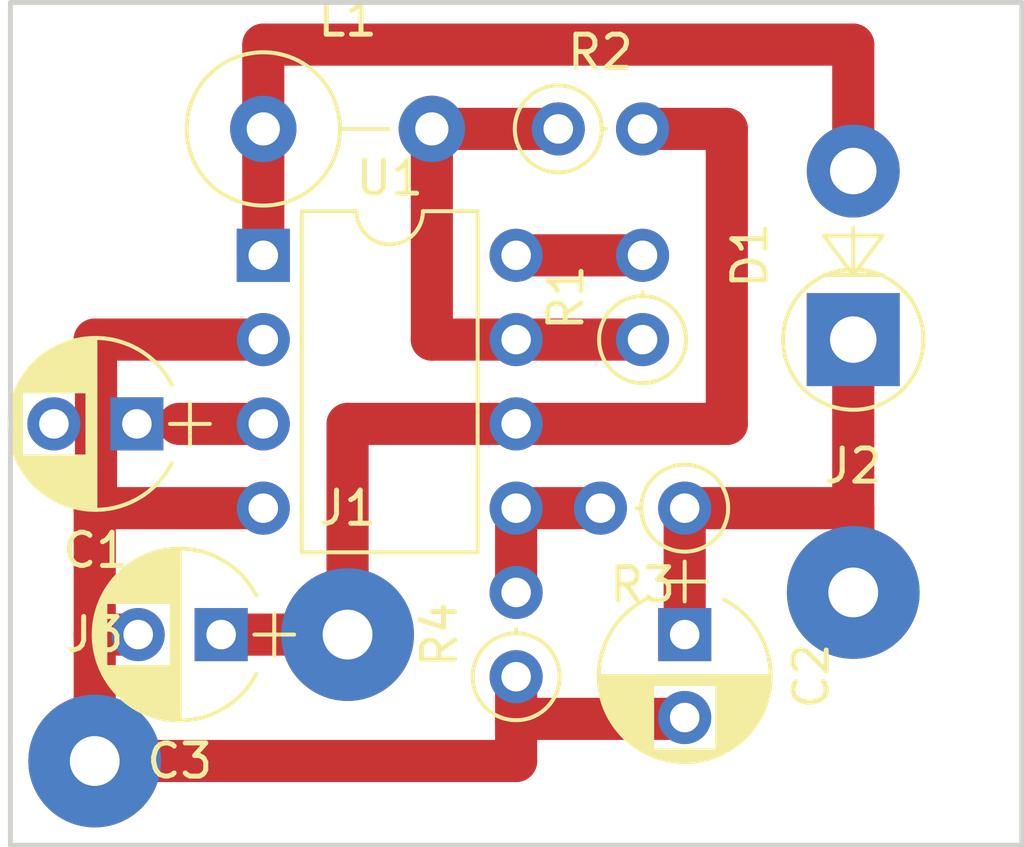
<source format=kicad_pcb>
(kicad_pcb (version 4) (host pcbnew 4.0.7)

  (general
    (links 21)
    (no_connects 2)
    (area 101.344981 96.0926 134.695001 124.2174)
    (thickness 1.6)
    (drawings 4)
    (tracks 36)
    (zones 0)
    (modules 13)
    (nets 9)
  )

  (page A4)
  (layers
    (0 Top signal)
    (31 Bottom signal)
    (32 B.Adhes user)
    (33 F.Adhes user)
    (34 B.Paste user)
    (35 F.Paste user)
    (36 B.SilkS user)
    (37 F.SilkS user)
    (38 B.Mask user)
    (39 F.Mask user)
    (40 Dwgs.User user)
    (41 Cmts.User user)
    (42 Eco1.User user)
    (43 Eco2.User user)
    (44 Edge.Cuts user)
    (45 Margin user)
    (46 B.CrtYd user)
    (47 F.CrtYd user)
    (48 B.Fab user)
    (49 F.Fab user)
  )

  (setup
    (last_trace_width 1.27)
    (user_trace_width 0.1524)
    (user_trace_width 0.8128)
    (user_trace_width 1.27)
    (user_trace_width 2.54)
    (user_trace_width 5.08)
    (trace_clearance 0.1524)
    (zone_clearance 0.508)
    (zone_45_only no)
    (trace_min 0.1524)
    (segment_width 0.2)
    (edge_width 0.15)
    (via_size 1.27)
    (via_drill 0.79375)
    (via_min_size 1.27)
    (via_min_drill 0.79375)
    (uvia_size 1.27)
    (uvia_drill 0.79375)
    (uvias_allowed no)
    (uvia_min_size 1.27)
    (uvia_min_drill 0.79248)
    (pcb_text_width 0.3)
    (pcb_text_size 1.5 1.5)
    (mod_edge_width 0.15)
    (mod_text_size 1 1)
    (mod_text_width 0.15)
    (pad_size 1.6 1.6)
    (pad_drill 0.889)
    (pad_to_mask_clearance 0.2)
    (aux_axis_origin 0 0)
    (visible_elements 7FFFFFDF)
    (pcbplotparams
      (layerselection 0x01000_80000001)
      (usegerberextensions false)
      (excludeedgelayer true)
      (linewidth 0.100000)
      (plotframeref false)
      (viasonmask false)
      (mode 1)
      (useauxorigin false)
      (hpglpennumber 1)
      (hpglpenspeed 20)
      (hpglpendiameter 15)
      (hpglpenoverlay 2)
      (psnegative false)
      (psa4output false)
      (plotreference true)
      (plotvalue true)
      (plotinvisibletext false)
      (padsonsilk false)
      (subtractmaskfromsilk false)
      (outputformat 1)
      (mirror false)
      (drillshape 0)
      (scaleselection 1)
      (outputdirectory TestOut/))
  )

  (net 0 "")
  (net 1 /N$10)
  (net 2 /N$1)
  (net 3 /VG2)
  (net 4 /N$5)
  (net 5 /N$12)
  (net 6 /N$11)
  (net 7 /VDD)
  (net 8 /N$13)

  (net_class Default "This is the default net class."
    (clearance 0.1524)
    (trace_width 0.8128)
    (via_dia 1.27)
    (via_drill 0.79375)
    (uvia_dia 1.27)
    (uvia_drill 0.79375)
    (add_net /N$1)
    (add_net /N$10)
    (add_net /N$11)
    (add_net /N$12)
    (add_net /N$13)
    (add_net /N$5)
    (add_net /VDD)
    (add_net /VG2)
  )

  (module Housings_DIP:DIP-8_W7.62mm (layer Top) (tedit 5A44941C) (tstamp 5A448857)
    (at 111.76 104.14)
    (descr "8-lead though-hole mounted DIP package, row spacing 7.62 mm (300 mils)")
    (tags "THT DIP DIL PDIP 2.54mm 7.62mm 300mil")
    (path /5A44875D)
    (fp_text reference U1 (at 3.81 -2.33) (layer F.SilkS)
      (effects (font (size 1 1) (thickness 0.15)))
    )
    (fp_text value HCPL063 (at 3.81 9.95) (layer F.Fab)
      (effects (font (size 1 1) (thickness 0.15)))
    )
    (fp_arc (start 3.81 -1.33) (end 2.81 -1.33) (angle -180) (layer F.SilkS) (width 0.12))
    (fp_line (start 1.635 -1.27) (end 6.985 -1.27) (layer F.Fab) (width 0.1))
    (fp_line (start 6.985 -1.27) (end 6.985 8.89) (layer F.Fab) (width 0.1))
    (fp_line (start 6.985 8.89) (end 0.635 8.89) (layer F.Fab) (width 0.1))
    (fp_line (start 0.635 8.89) (end 0.635 -0.27) (layer F.Fab) (width 0.1))
    (fp_line (start 0.635 -0.27) (end 1.635 -1.27) (layer F.Fab) (width 0.1))
    (fp_line (start 2.81 -1.33) (end 1.16 -1.33) (layer F.SilkS) (width 0.12))
    (fp_line (start 1.16 -1.33) (end 1.16 8.95) (layer F.SilkS) (width 0.12))
    (fp_line (start 1.16 8.95) (end 6.46 8.95) (layer F.SilkS) (width 0.12))
    (fp_line (start 6.46 8.95) (end 6.46 -1.33) (layer F.SilkS) (width 0.12))
    (fp_line (start 6.46 -1.33) (end 4.81 -1.33) (layer F.SilkS) (width 0.12))
    (fp_line (start -1.1 -1.55) (end -1.1 9.15) (layer F.CrtYd) (width 0.05))
    (fp_line (start -1.1 9.15) (end 8.7 9.15) (layer F.CrtYd) (width 0.05))
    (fp_line (start 8.7 9.15) (end 8.7 -1.55) (layer F.CrtYd) (width 0.05))
    (fp_line (start 8.7 -1.55) (end -1.1 -1.55) (layer F.CrtYd) (width 0.05))
    (fp_text user %R (at 3.81 3.81) (layer F.Fab)
      (effects (font (size 1 1) (thickness 0.15)))
    )
    (pad 1 thru_hole rect (at 0 0) (size 1.6 1.6) (drill 0.889) (layers *.Cu *.Mask)
      (net 4 /N$5))
    (pad 5 thru_hole oval (at 7.62 7.62) (size 1.6 1.6) (drill 0.889) (layers *.Cu *.Mask)
      (net 8 /N$13))
    (pad 2 thru_hole oval (at 0 2.54) (size 1.6 1.6) (drill 0.889) (layers *.Cu *.Mask)
      (net 2 /N$1))
    (pad 6 thru_hole oval (at 7.62 5.08) (size 1.6 1.6) (drill 0.889) (layers *.Cu *.Mask)
      (net 7 /VDD))
    (pad 3 thru_hole oval (at 0 5.08) (size 1.6 1.6) (drill 0.889) (layers *.Cu *.Mask)
      (net 1 /N$10))
    (pad 7 thru_hole oval (at 7.62 2.54) (size 1.6 1.6) (drill 0.889) (layers *.Cu *.Mask)
      (net 5 /N$12))
    (pad 4 thru_hole oval (at 0 7.62) (size 1.6 1.6) (drill 0.889) (layers *.Cu *.Mask)
      (net 2 /N$1))
    (pad 8 thru_hole oval (at 7.62 0) (size 1.6 1.6) (drill 0.889) (layers *.Cu *.Mask)
      (net 6 /N$11))
    (model ${KISYS3DMOD}/Housings_DIP.3dshapes/DIP-8_W7.62mm.wrl
      (at (xyz 0 0 0))
      (scale (xyz 1 1 1))
      (rotate (xyz 0 0 0))
    )
  )

  (module Capacitors_THT:CP_Radial_D5.0mm_P2.50mm (layer Top) (tedit 5A4493B2) (tstamp 5A448E16)
    (at 107.95 109.22 180)
    (descr "CP, Radial series, Radial, pin pitch=2.50mm, , diameter=5mm, Electrolytic Capacitor")
    (tags "CP Radial series Radial pin pitch 2.50mm  diameter 5mm Electrolytic Capacitor")
    (path /5A447E76)
    (fp_text reference C1 (at 1.25 -3.81 180) (layer F.SilkS)
      (effects (font (size 1 1) (thickness 0.15)))
    )
    (fp_text value 470pF (at 1.25 3.81 180) (layer F.Fab)
      (effects (font (size 1 1) (thickness 0.15)))
    )
    (fp_arc (start 1.25 0) (end -1.05558 -1.18) (angle 125.8) (layer F.SilkS) (width 0.12))
    (fp_arc (start 1.25 0) (end -1.05558 1.18) (angle -125.8) (layer F.SilkS) (width 0.12))
    (fp_arc (start 1.25 0) (end 3.55558 -1.18) (angle 54.2) (layer F.SilkS) (width 0.12))
    (fp_circle (center 1.25 0) (end 3.75 0) (layer F.Fab) (width 0.1))
    (fp_line (start -2.2 0) (end -1 0) (layer F.Fab) (width 0.1))
    (fp_line (start -1.6 -0.65) (end -1.6 0.65) (layer F.Fab) (width 0.1))
    (fp_line (start 1.25 -2.55) (end 1.25 2.55) (layer F.SilkS) (width 0.12))
    (fp_line (start 1.29 -2.55) (end 1.29 2.55) (layer F.SilkS) (width 0.12))
    (fp_line (start 1.33 -2.549) (end 1.33 2.549) (layer F.SilkS) (width 0.12))
    (fp_line (start 1.37 -2.548) (end 1.37 2.548) (layer F.SilkS) (width 0.12))
    (fp_line (start 1.41 -2.546) (end 1.41 2.546) (layer F.SilkS) (width 0.12))
    (fp_line (start 1.45 -2.543) (end 1.45 2.543) (layer F.SilkS) (width 0.12))
    (fp_line (start 1.49 -2.539) (end 1.49 2.539) (layer F.SilkS) (width 0.12))
    (fp_line (start 1.53 -2.535) (end 1.53 -0.98) (layer F.SilkS) (width 0.12))
    (fp_line (start 1.53 0.98) (end 1.53 2.535) (layer F.SilkS) (width 0.12))
    (fp_line (start 1.57 -2.531) (end 1.57 -0.98) (layer F.SilkS) (width 0.12))
    (fp_line (start 1.57 0.98) (end 1.57 2.531) (layer F.SilkS) (width 0.12))
    (fp_line (start 1.61 -2.525) (end 1.61 -0.98) (layer F.SilkS) (width 0.12))
    (fp_line (start 1.61 0.98) (end 1.61 2.525) (layer F.SilkS) (width 0.12))
    (fp_line (start 1.65 -2.519) (end 1.65 -0.98) (layer F.SilkS) (width 0.12))
    (fp_line (start 1.65 0.98) (end 1.65 2.519) (layer F.SilkS) (width 0.12))
    (fp_line (start 1.69 -2.513) (end 1.69 -0.98) (layer F.SilkS) (width 0.12))
    (fp_line (start 1.69 0.98) (end 1.69 2.513) (layer F.SilkS) (width 0.12))
    (fp_line (start 1.73 -2.506) (end 1.73 -0.98) (layer F.SilkS) (width 0.12))
    (fp_line (start 1.73 0.98) (end 1.73 2.506) (layer F.SilkS) (width 0.12))
    (fp_line (start 1.77 -2.498) (end 1.77 -0.98) (layer F.SilkS) (width 0.12))
    (fp_line (start 1.77 0.98) (end 1.77 2.498) (layer F.SilkS) (width 0.12))
    (fp_line (start 1.81 -2.489) (end 1.81 -0.98) (layer F.SilkS) (width 0.12))
    (fp_line (start 1.81 0.98) (end 1.81 2.489) (layer F.SilkS) (width 0.12))
    (fp_line (start 1.85 -2.48) (end 1.85 -0.98) (layer F.SilkS) (width 0.12))
    (fp_line (start 1.85 0.98) (end 1.85 2.48) (layer F.SilkS) (width 0.12))
    (fp_line (start 1.89 -2.47) (end 1.89 -0.98) (layer F.SilkS) (width 0.12))
    (fp_line (start 1.89 0.98) (end 1.89 2.47) (layer F.SilkS) (width 0.12))
    (fp_line (start 1.93 -2.46) (end 1.93 -0.98) (layer F.SilkS) (width 0.12))
    (fp_line (start 1.93 0.98) (end 1.93 2.46) (layer F.SilkS) (width 0.12))
    (fp_line (start 1.971 -2.448) (end 1.971 -0.98) (layer F.SilkS) (width 0.12))
    (fp_line (start 1.971 0.98) (end 1.971 2.448) (layer F.SilkS) (width 0.12))
    (fp_line (start 2.011 -2.436) (end 2.011 -0.98) (layer F.SilkS) (width 0.12))
    (fp_line (start 2.011 0.98) (end 2.011 2.436) (layer F.SilkS) (width 0.12))
    (fp_line (start 2.051 -2.424) (end 2.051 -0.98) (layer F.SilkS) (width 0.12))
    (fp_line (start 2.051 0.98) (end 2.051 2.424) (layer F.SilkS) (width 0.12))
    (fp_line (start 2.091 -2.41) (end 2.091 -0.98) (layer F.SilkS) (width 0.12))
    (fp_line (start 2.091 0.98) (end 2.091 2.41) (layer F.SilkS) (width 0.12))
    (fp_line (start 2.131 -2.396) (end 2.131 -0.98) (layer F.SilkS) (width 0.12))
    (fp_line (start 2.131 0.98) (end 2.131 2.396) (layer F.SilkS) (width 0.12))
    (fp_line (start 2.171 -2.382) (end 2.171 -0.98) (layer F.SilkS) (width 0.12))
    (fp_line (start 2.171 0.98) (end 2.171 2.382) (layer F.SilkS) (width 0.12))
    (fp_line (start 2.211 -2.366) (end 2.211 -0.98) (layer F.SilkS) (width 0.12))
    (fp_line (start 2.211 0.98) (end 2.211 2.366) (layer F.SilkS) (width 0.12))
    (fp_line (start 2.251 -2.35) (end 2.251 -0.98) (layer F.SilkS) (width 0.12))
    (fp_line (start 2.251 0.98) (end 2.251 2.35) (layer F.SilkS) (width 0.12))
    (fp_line (start 2.291 -2.333) (end 2.291 -0.98) (layer F.SilkS) (width 0.12))
    (fp_line (start 2.291 0.98) (end 2.291 2.333) (layer F.SilkS) (width 0.12))
    (fp_line (start 2.331 -2.315) (end 2.331 -0.98) (layer F.SilkS) (width 0.12))
    (fp_line (start 2.331 0.98) (end 2.331 2.315) (layer F.SilkS) (width 0.12))
    (fp_line (start 2.371 -2.296) (end 2.371 -0.98) (layer F.SilkS) (width 0.12))
    (fp_line (start 2.371 0.98) (end 2.371 2.296) (layer F.SilkS) (width 0.12))
    (fp_line (start 2.411 -2.276) (end 2.411 -0.98) (layer F.SilkS) (width 0.12))
    (fp_line (start 2.411 0.98) (end 2.411 2.276) (layer F.SilkS) (width 0.12))
    (fp_line (start 2.451 -2.256) (end 2.451 -0.98) (layer F.SilkS) (width 0.12))
    (fp_line (start 2.451 0.98) (end 2.451 2.256) (layer F.SilkS) (width 0.12))
    (fp_line (start 2.491 -2.234) (end 2.491 -0.98) (layer F.SilkS) (width 0.12))
    (fp_line (start 2.491 0.98) (end 2.491 2.234) (layer F.SilkS) (width 0.12))
    (fp_line (start 2.531 -2.212) (end 2.531 -0.98) (layer F.SilkS) (width 0.12))
    (fp_line (start 2.531 0.98) (end 2.531 2.212) (layer F.SilkS) (width 0.12))
    (fp_line (start 2.571 -2.189) (end 2.571 -0.98) (layer F.SilkS) (width 0.12))
    (fp_line (start 2.571 0.98) (end 2.571 2.189) (layer F.SilkS) (width 0.12))
    (fp_line (start 2.611 -2.165) (end 2.611 -0.98) (layer F.SilkS) (width 0.12))
    (fp_line (start 2.611 0.98) (end 2.611 2.165) (layer F.SilkS) (width 0.12))
    (fp_line (start 2.651 -2.14) (end 2.651 -0.98) (layer F.SilkS) (width 0.12))
    (fp_line (start 2.651 0.98) (end 2.651 2.14) (layer F.SilkS) (width 0.12))
    (fp_line (start 2.691 -2.113) (end 2.691 -0.98) (layer F.SilkS) (width 0.12))
    (fp_line (start 2.691 0.98) (end 2.691 2.113) (layer F.SilkS) (width 0.12))
    (fp_line (start 2.731 -2.086) (end 2.731 -0.98) (layer F.SilkS) (width 0.12))
    (fp_line (start 2.731 0.98) (end 2.731 2.086) (layer F.SilkS) (width 0.12))
    (fp_line (start 2.771 -2.058) (end 2.771 -0.98) (layer F.SilkS) (width 0.12))
    (fp_line (start 2.771 0.98) (end 2.771 2.058) (layer F.SilkS) (width 0.12))
    (fp_line (start 2.811 -2.028) (end 2.811 -0.98) (layer F.SilkS) (width 0.12))
    (fp_line (start 2.811 0.98) (end 2.811 2.028) (layer F.SilkS) (width 0.12))
    (fp_line (start 2.851 -1.997) (end 2.851 -0.98) (layer F.SilkS) (width 0.12))
    (fp_line (start 2.851 0.98) (end 2.851 1.997) (layer F.SilkS) (width 0.12))
    (fp_line (start 2.891 -1.965) (end 2.891 -0.98) (layer F.SilkS) (width 0.12))
    (fp_line (start 2.891 0.98) (end 2.891 1.965) (layer F.SilkS) (width 0.12))
    (fp_line (start 2.931 -1.932) (end 2.931 -0.98) (layer F.SilkS) (width 0.12))
    (fp_line (start 2.931 0.98) (end 2.931 1.932) (layer F.SilkS) (width 0.12))
    (fp_line (start 2.971 -1.897) (end 2.971 -0.98) (layer F.SilkS) (width 0.12))
    (fp_line (start 2.971 0.98) (end 2.971 1.897) (layer F.SilkS) (width 0.12))
    (fp_line (start 3.011 -1.861) (end 3.011 -0.98) (layer F.SilkS) (width 0.12))
    (fp_line (start 3.011 0.98) (end 3.011 1.861) (layer F.SilkS) (width 0.12))
    (fp_line (start 3.051 -1.823) (end 3.051 -0.98) (layer F.SilkS) (width 0.12))
    (fp_line (start 3.051 0.98) (end 3.051 1.823) (layer F.SilkS) (width 0.12))
    (fp_line (start 3.091 -1.783) (end 3.091 -0.98) (layer F.SilkS) (width 0.12))
    (fp_line (start 3.091 0.98) (end 3.091 1.783) (layer F.SilkS) (width 0.12))
    (fp_line (start 3.131 -1.742) (end 3.131 -0.98) (layer F.SilkS) (width 0.12))
    (fp_line (start 3.131 0.98) (end 3.131 1.742) (layer F.SilkS) (width 0.12))
    (fp_line (start 3.171 -1.699) (end 3.171 -0.98) (layer F.SilkS) (width 0.12))
    (fp_line (start 3.171 0.98) (end 3.171 1.699) (layer F.SilkS) (width 0.12))
    (fp_line (start 3.211 -1.654) (end 3.211 -0.98) (layer F.SilkS) (width 0.12))
    (fp_line (start 3.211 0.98) (end 3.211 1.654) (layer F.SilkS) (width 0.12))
    (fp_line (start 3.251 -1.606) (end 3.251 -0.98) (layer F.SilkS) (width 0.12))
    (fp_line (start 3.251 0.98) (end 3.251 1.606) (layer F.SilkS) (width 0.12))
    (fp_line (start 3.291 -1.556) (end 3.291 -0.98) (layer F.SilkS) (width 0.12))
    (fp_line (start 3.291 0.98) (end 3.291 1.556) (layer F.SilkS) (width 0.12))
    (fp_line (start 3.331 -1.504) (end 3.331 -0.98) (layer F.SilkS) (width 0.12))
    (fp_line (start 3.331 0.98) (end 3.331 1.504) (layer F.SilkS) (width 0.12))
    (fp_line (start 3.371 -1.448) (end 3.371 -0.98) (layer F.SilkS) (width 0.12))
    (fp_line (start 3.371 0.98) (end 3.371 1.448) (layer F.SilkS) (width 0.12))
    (fp_line (start 3.411 -1.39) (end 3.411 -0.98) (layer F.SilkS) (width 0.12))
    (fp_line (start 3.411 0.98) (end 3.411 1.39) (layer F.SilkS) (width 0.12))
    (fp_line (start 3.451 -1.327) (end 3.451 -0.98) (layer F.SilkS) (width 0.12))
    (fp_line (start 3.451 0.98) (end 3.451 1.327) (layer F.SilkS) (width 0.12))
    (fp_line (start 3.491 -1.261) (end 3.491 1.261) (layer F.SilkS) (width 0.12))
    (fp_line (start 3.531 -1.189) (end 3.531 1.189) (layer F.SilkS) (width 0.12))
    (fp_line (start 3.571 -1.112) (end 3.571 1.112) (layer F.SilkS) (width 0.12))
    (fp_line (start 3.611 -1.028) (end 3.611 1.028) (layer F.SilkS) (width 0.12))
    (fp_line (start 3.651 -0.934) (end 3.651 0.934) (layer F.SilkS) (width 0.12))
    (fp_line (start 3.691 -0.829) (end 3.691 0.829) (layer F.SilkS) (width 0.12))
    (fp_line (start 3.731 -0.707) (end 3.731 0.707) (layer F.SilkS) (width 0.12))
    (fp_line (start 3.771 -0.559) (end 3.771 0.559) (layer F.SilkS) (width 0.12))
    (fp_line (start 3.811 -0.354) (end 3.811 0.354) (layer F.SilkS) (width 0.12))
    (fp_line (start -2.2 0) (end -1 0) (layer F.SilkS) (width 0.12))
    (fp_line (start -1.6 -0.65) (end -1.6 0.65) (layer F.SilkS) (width 0.12))
    (fp_line (start -1.6 -2.85) (end -1.6 2.85) (layer F.CrtYd) (width 0.05))
    (fp_line (start -1.6 2.85) (end 4.1 2.85) (layer F.CrtYd) (width 0.05))
    (fp_line (start 4.1 2.85) (end 4.1 -2.85) (layer F.CrtYd) (width 0.05))
    (fp_line (start 4.1 -2.85) (end -1.6 -2.85) (layer F.CrtYd) (width 0.05))
    (fp_text user %R (at 1.25 0 180) (layer F.Fab)
      (effects (font (size 1 1) (thickness 0.15)))
    )
    (pad 1 thru_hole rect (at 0 0 180) (size 1.6 1.6) (drill 0.889) (layers *.Cu *.Mask)
      (net 1 /N$10))
    (pad 2 thru_hole circle (at 2.5 0 180) (size 1.6 1.6) (drill 0.889) (layers *.Cu *.Mask)
      (net 2 /N$1))
    (model ${KISYS3DMOD}/Capacitors_THT.3dshapes/CP_Radial_D5.0mm_P2.50mm.wrl
      (at (xyz 0 0 0))
      (scale (xyz 1 1 1))
      (rotate (xyz 0 0 0))
    )
  )

  (module Capacitors_THT:CP_Radial_D5.0mm_P2.50mm (layer Top) (tedit 597BC7C2) (tstamp 5A448F20)
    (at 110.49 115.57 180)
    (descr "CP, Radial series, Radial, pin pitch=2.50mm, , diameter=5mm, Electrolytic Capacitor")
    (tags "CP Radial series Radial pin pitch 2.50mm  diameter 5mm Electrolytic Capacitor")
    (path /5A449757)
    (fp_text reference C3 (at 1.25 -3.81 180) (layer F.SilkS)
      (effects (font (size 1 1) (thickness 0.15)))
    )
    (fp_text value 100uF (at 1.25 3.81 180) (layer F.Fab)
      (effects (font (size 1 1) (thickness 0.15)))
    )
    (fp_arc (start 1.25 0) (end -1.05558 -1.18) (angle 125.8) (layer F.SilkS) (width 0.12))
    (fp_arc (start 1.25 0) (end -1.05558 1.18) (angle -125.8) (layer F.SilkS) (width 0.12))
    (fp_arc (start 1.25 0) (end 3.55558 -1.18) (angle 54.2) (layer F.SilkS) (width 0.12))
    (fp_circle (center 1.25 0) (end 3.75 0) (layer F.Fab) (width 0.1))
    (fp_line (start -2.2 0) (end -1 0) (layer F.Fab) (width 0.1))
    (fp_line (start -1.6 -0.65) (end -1.6 0.65) (layer F.Fab) (width 0.1))
    (fp_line (start 1.25 -2.55) (end 1.25 2.55) (layer F.SilkS) (width 0.12))
    (fp_line (start 1.29 -2.55) (end 1.29 2.55) (layer F.SilkS) (width 0.12))
    (fp_line (start 1.33 -2.549) (end 1.33 2.549) (layer F.SilkS) (width 0.12))
    (fp_line (start 1.37 -2.548) (end 1.37 2.548) (layer F.SilkS) (width 0.12))
    (fp_line (start 1.41 -2.546) (end 1.41 2.546) (layer F.SilkS) (width 0.12))
    (fp_line (start 1.45 -2.543) (end 1.45 2.543) (layer F.SilkS) (width 0.12))
    (fp_line (start 1.49 -2.539) (end 1.49 2.539) (layer F.SilkS) (width 0.12))
    (fp_line (start 1.53 -2.535) (end 1.53 -0.98) (layer F.SilkS) (width 0.12))
    (fp_line (start 1.53 0.98) (end 1.53 2.535) (layer F.SilkS) (width 0.12))
    (fp_line (start 1.57 -2.531) (end 1.57 -0.98) (layer F.SilkS) (width 0.12))
    (fp_line (start 1.57 0.98) (end 1.57 2.531) (layer F.SilkS) (width 0.12))
    (fp_line (start 1.61 -2.525) (end 1.61 -0.98) (layer F.SilkS) (width 0.12))
    (fp_line (start 1.61 0.98) (end 1.61 2.525) (layer F.SilkS) (width 0.12))
    (fp_line (start 1.65 -2.519) (end 1.65 -0.98) (layer F.SilkS) (width 0.12))
    (fp_line (start 1.65 0.98) (end 1.65 2.519) (layer F.SilkS) (width 0.12))
    (fp_line (start 1.69 -2.513) (end 1.69 -0.98) (layer F.SilkS) (width 0.12))
    (fp_line (start 1.69 0.98) (end 1.69 2.513) (layer F.SilkS) (width 0.12))
    (fp_line (start 1.73 -2.506) (end 1.73 -0.98) (layer F.SilkS) (width 0.12))
    (fp_line (start 1.73 0.98) (end 1.73 2.506) (layer F.SilkS) (width 0.12))
    (fp_line (start 1.77 -2.498) (end 1.77 -0.98) (layer F.SilkS) (width 0.12))
    (fp_line (start 1.77 0.98) (end 1.77 2.498) (layer F.SilkS) (width 0.12))
    (fp_line (start 1.81 -2.489) (end 1.81 -0.98) (layer F.SilkS) (width 0.12))
    (fp_line (start 1.81 0.98) (end 1.81 2.489) (layer F.SilkS) (width 0.12))
    (fp_line (start 1.85 -2.48) (end 1.85 -0.98) (layer F.SilkS) (width 0.12))
    (fp_line (start 1.85 0.98) (end 1.85 2.48) (layer F.SilkS) (width 0.12))
    (fp_line (start 1.89 -2.47) (end 1.89 -0.98) (layer F.SilkS) (width 0.12))
    (fp_line (start 1.89 0.98) (end 1.89 2.47) (layer F.SilkS) (width 0.12))
    (fp_line (start 1.93 -2.46) (end 1.93 -0.98) (layer F.SilkS) (width 0.12))
    (fp_line (start 1.93 0.98) (end 1.93 2.46) (layer F.SilkS) (width 0.12))
    (fp_line (start 1.971 -2.448) (end 1.971 -0.98) (layer F.SilkS) (width 0.12))
    (fp_line (start 1.971 0.98) (end 1.971 2.448) (layer F.SilkS) (width 0.12))
    (fp_line (start 2.011 -2.436) (end 2.011 -0.98) (layer F.SilkS) (width 0.12))
    (fp_line (start 2.011 0.98) (end 2.011 2.436) (layer F.SilkS) (width 0.12))
    (fp_line (start 2.051 -2.424) (end 2.051 -0.98) (layer F.SilkS) (width 0.12))
    (fp_line (start 2.051 0.98) (end 2.051 2.424) (layer F.SilkS) (width 0.12))
    (fp_line (start 2.091 -2.41) (end 2.091 -0.98) (layer F.SilkS) (width 0.12))
    (fp_line (start 2.091 0.98) (end 2.091 2.41) (layer F.SilkS) (width 0.12))
    (fp_line (start 2.131 -2.396) (end 2.131 -0.98) (layer F.SilkS) (width 0.12))
    (fp_line (start 2.131 0.98) (end 2.131 2.396) (layer F.SilkS) (width 0.12))
    (fp_line (start 2.171 -2.382) (end 2.171 -0.98) (layer F.SilkS) (width 0.12))
    (fp_line (start 2.171 0.98) (end 2.171 2.382) (layer F.SilkS) (width 0.12))
    (fp_line (start 2.211 -2.366) (end 2.211 -0.98) (layer F.SilkS) (width 0.12))
    (fp_line (start 2.211 0.98) (end 2.211 2.366) (layer F.SilkS) (width 0.12))
    (fp_line (start 2.251 -2.35) (end 2.251 -0.98) (layer F.SilkS) (width 0.12))
    (fp_line (start 2.251 0.98) (end 2.251 2.35) (layer F.SilkS) (width 0.12))
    (fp_line (start 2.291 -2.333) (end 2.291 -0.98) (layer F.SilkS) (width 0.12))
    (fp_line (start 2.291 0.98) (end 2.291 2.333) (layer F.SilkS) (width 0.12))
    (fp_line (start 2.331 -2.315) (end 2.331 -0.98) (layer F.SilkS) (width 0.12))
    (fp_line (start 2.331 0.98) (end 2.331 2.315) (layer F.SilkS) (width 0.12))
    (fp_line (start 2.371 -2.296) (end 2.371 -0.98) (layer F.SilkS) (width 0.12))
    (fp_line (start 2.371 0.98) (end 2.371 2.296) (layer F.SilkS) (width 0.12))
    (fp_line (start 2.411 -2.276) (end 2.411 -0.98) (layer F.SilkS) (width 0.12))
    (fp_line (start 2.411 0.98) (end 2.411 2.276) (layer F.SilkS) (width 0.12))
    (fp_line (start 2.451 -2.256) (end 2.451 -0.98) (layer F.SilkS) (width 0.12))
    (fp_line (start 2.451 0.98) (end 2.451 2.256) (layer F.SilkS) (width 0.12))
    (fp_line (start 2.491 -2.234) (end 2.491 -0.98) (layer F.SilkS) (width 0.12))
    (fp_line (start 2.491 0.98) (end 2.491 2.234) (layer F.SilkS) (width 0.12))
    (fp_line (start 2.531 -2.212) (end 2.531 -0.98) (layer F.SilkS) (width 0.12))
    (fp_line (start 2.531 0.98) (end 2.531 2.212) (layer F.SilkS) (width 0.12))
    (fp_line (start 2.571 -2.189) (end 2.571 -0.98) (layer F.SilkS) (width 0.12))
    (fp_line (start 2.571 0.98) (end 2.571 2.189) (layer F.SilkS) (width 0.12))
    (fp_line (start 2.611 -2.165) (end 2.611 -0.98) (layer F.SilkS) (width 0.12))
    (fp_line (start 2.611 0.98) (end 2.611 2.165) (layer F.SilkS) (width 0.12))
    (fp_line (start 2.651 -2.14) (end 2.651 -0.98) (layer F.SilkS) (width 0.12))
    (fp_line (start 2.651 0.98) (end 2.651 2.14) (layer F.SilkS) (width 0.12))
    (fp_line (start 2.691 -2.113) (end 2.691 -0.98) (layer F.SilkS) (width 0.12))
    (fp_line (start 2.691 0.98) (end 2.691 2.113) (layer F.SilkS) (width 0.12))
    (fp_line (start 2.731 -2.086) (end 2.731 -0.98) (layer F.SilkS) (width 0.12))
    (fp_line (start 2.731 0.98) (end 2.731 2.086) (layer F.SilkS) (width 0.12))
    (fp_line (start 2.771 -2.058) (end 2.771 -0.98) (layer F.SilkS) (width 0.12))
    (fp_line (start 2.771 0.98) (end 2.771 2.058) (layer F.SilkS) (width 0.12))
    (fp_line (start 2.811 -2.028) (end 2.811 -0.98) (layer F.SilkS) (width 0.12))
    (fp_line (start 2.811 0.98) (end 2.811 2.028) (layer F.SilkS) (width 0.12))
    (fp_line (start 2.851 -1.997) (end 2.851 -0.98) (layer F.SilkS) (width 0.12))
    (fp_line (start 2.851 0.98) (end 2.851 1.997) (layer F.SilkS) (width 0.12))
    (fp_line (start 2.891 -1.965) (end 2.891 -0.98) (layer F.SilkS) (width 0.12))
    (fp_line (start 2.891 0.98) (end 2.891 1.965) (layer F.SilkS) (width 0.12))
    (fp_line (start 2.931 -1.932) (end 2.931 -0.98) (layer F.SilkS) (width 0.12))
    (fp_line (start 2.931 0.98) (end 2.931 1.932) (layer F.SilkS) (width 0.12))
    (fp_line (start 2.971 -1.897) (end 2.971 -0.98) (layer F.SilkS) (width 0.12))
    (fp_line (start 2.971 0.98) (end 2.971 1.897) (layer F.SilkS) (width 0.12))
    (fp_line (start 3.011 -1.861) (end 3.011 -0.98) (layer F.SilkS) (width 0.12))
    (fp_line (start 3.011 0.98) (end 3.011 1.861) (layer F.SilkS) (width 0.12))
    (fp_line (start 3.051 -1.823) (end 3.051 -0.98) (layer F.SilkS) (width 0.12))
    (fp_line (start 3.051 0.98) (end 3.051 1.823) (layer F.SilkS) (width 0.12))
    (fp_line (start 3.091 -1.783) (end 3.091 -0.98) (layer F.SilkS) (width 0.12))
    (fp_line (start 3.091 0.98) (end 3.091 1.783) (layer F.SilkS) (width 0.12))
    (fp_line (start 3.131 -1.742) (end 3.131 -0.98) (layer F.SilkS) (width 0.12))
    (fp_line (start 3.131 0.98) (end 3.131 1.742) (layer F.SilkS) (width 0.12))
    (fp_line (start 3.171 -1.699) (end 3.171 -0.98) (layer F.SilkS) (width 0.12))
    (fp_line (start 3.171 0.98) (end 3.171 1.699) (layer F.SilkS) (width 0.12))
    (fp_line (start 3.211 -1.654) (end 3.211 -0.98) (layer F.SilkS) (width 0.12))
    (fp_line (start 3.211 0.98) (end 3.211 1.654) (layer F.SilkS) (width 0.12))
    (fp_line (start 3.251 -1.606) (end 3.251 -0.98) (layer F.SilkS) (width 0.12))
    (fp_line (start 3.251 0.98) (end 3.251 1.606) (layer F.SilkS) (width 0.12))
    (fp_line (start 3.291 -1.556) (end 3.291 -0.98) (layer F.SilkS) (width 0.12))
    (fp_line (start 3.291 0.98) (end 3.291 1.556) (layer F.SilkS) (width 0.12))
    (fp_line (start 3.331 -1.504) (end 3.331 -0.98) (layer F.SilkS) (width 0.12))
    (fp_line (start 3.331 0.98) (end 3.331 1.504) (layer F.SilkS) (width 0.12))
    (fp_line (start 3.371 -1.448) (end 3.371 -0.98) (layer F.SilkS) (width 0.12))
    (fp_line (start 3.371 0.98) (end 3.371 1.448) (layer F.SilkS) (width 0.12))
    (fp_line (start 3.411 -1.39) (end 3.411 -0.98) (layer F.SilkS) (width 0.12))
    (fp_line (start 3.411 0.98) (end 3.411 1.39) (layer F.SilkS) (width 0.12))
    (fp_line (start 3.451 -1.327) (end 3.451 -0.98) (layer F.SilkS) (width 0.12))
    (fp_line (start 3.451 0.98) (end 3.451 1.327) (layer F.SilkS) (width 0.12))
    (fp_line (start 3.491 -1.261) (end 3.491 1.261) (layer F.SilkS) (width 0.12))
    (fp_line (start 3.531 -1.189) (end 3.531 1.189) (layer F.SilkS) (width 0.12))
    (fp_line (start 3.571 -1.112) (end 3.571 1.112) (layer F.SilkS) (width 0.12))
    (fp_line (start 3.611 -1.028) (end 3.611 1.028) (layer F.SilkS) (width 0.12))
    (fp_line (start 3.651 -0.934) (end 3.651 0.934) (layer F.SilkS) (width 0.12))
    (fp_line (start 3.691 -0.829) (end 3.691 0.829) (layer F.SilkS) (width 0.12))
    (fp_line (start 3.731 -0.707) (end 3.731 0.707) (layer F.SilkS) (width 0.12))
    (fp_line (start 3.771 -0.559) (end 3.771 0.559) (layer F.SilkS) (width 0.12))
    (fp_line (start 3.811 -0.354) (end 3.811 0.354) (layer F.SilkS) (width 0.12))
    (fp_line (start -2.2 0) (end -1 0) (layer F.SilkS) (width 0.12))
    (fp_line (start -1.6 -0.65) (end -1.6 0.65) (layer F.SilkS) (width 0.12))
    (fp_line (start -1.6 -2.85) (end -1.6 2.85) (layer F.CrtYd) (width 0.05))
    (fp_line (start -1.6 2.85) (end 4.1 2.85) (layer F.CrtYd) (width 0.05))
    (fp_line (start 4.1 2.85) (end 4.1 -2.85) (layer F.CrtYd) (width 0.05))
    (fp_line (start 4.1 -2.85) (end -1.6 -2.85) (layer F.CrtYd) (width 0.05))
    (fp_text user %R (at 1.25 0 180) (layer F.Fab)
      (effects (font (size 1 1) (thickness 0.15)))
    )
    (pad 1 thru_hole rect (at 0 0 180) (size 1.6 1.6) (drill 0.889) (layers *.Cu *.Mask)
      (net 7 /VDD))
    (pad 2 thru_hole circle (at 2.5 0 180) (size 1.6 1.6) (drill 0.889) (layers *.Cu *.Mask)
      (net 2 /N$1))
    (model ${KISYS3DMOD}/Capacitors_THT.3dshapes/CP_Radial_D5.0mm_P2.50mm.wrl
      (at (xyz 0 0 0))
      (scale (xyz 1 1 1))
      (rotate (xyz 0 0 0))
    )
  )

  (module Diodes_THT:D_5W_P5.08mm_Vertical_AnodeUp (layer Top) (tedit 5921392E) (tstamp 5A448F34)
    (at 129.54 106.68 90)
    (descr "D, 5W series, Axial, Vertical, pin pitch=5.08mm, , length*diameter=8.9*3.7mm^2, , http://www.diodes.com/_files/packages/8686949.gif")
    (tags "D 5W series Axial Vertical pin pitch 5.08mm  length 8.9mm diameter 3.7mm")
    (path /5A4489B5)
    (fp_text reference D1 (at 2.54 -3.114899 90) (layer F.SilkS)
      (effects (font (size 1 1) (thickness 0.15)))
    )
    (fp_text value D (at 2.54 3.114899 90) (layer F.Fab)
      (effects (font (size 1 1) (thickness 0.15)))
    )
    (fp_text user K (at -2.814899 0 90) (layer F.Fab)
      (effects (font (size 1 1) (thickness 0.15)))
    )
    (fp_text user %R (at 2.54 0 90) (layer F.Fab)
      (effects (font (size 1 1) (thickness 0.15)))
    )
    (fp_line (start 0 0) (end 5.08 0) (layer F.Fab) (width 0.1))
    (fp_line (start 2.114899 0) (end 3.38 0) (layer F.SilkS) (width 0.12))
    (fp_line (start 1.947333 -0.889) (end 1.947333 0.889) (layer F.SilkS) (width 0.12))
    (fp_line (start 1.947333 0) (end 3.132667 -0.889) (layer F.SilkS) (width 0.12))
    (fp_line (start 3.132667 -0.889) (end 3.132667 0.889) (layer F.SilkS) (width 0.12))
    (fp_line (start 3.132667 0.889) (end 1.947333 0) (layer F.SilkS) (width 0.12))
    (fp_line (start -2.2 -2.4) (end -2.2 2.4) (layer F.CrtYd) (width 0.05))
    (fp_line (start -2.2 2.4) (end 6.8 2.4) (layer F.CrtYd) (width 0.05))
    (fp_line (start 6.8 2.4) (end 6.8 -2.4) (layer F.CrtYd) (width 0.05))
    (fp_line (start 6.8 -2.4) (end -2.2 -2.4) (layer F.CrtYd) (width 0.05))
    (fp_circle (center 0 0) (end 1.85 0) (layer F.Fab) (width 0.1))
    (fp_circle (center 0 0) (end 2.114899 0) (layer F.SilkS) (width 0.12))
    (pad 1 thru_hole rect (at 0 0 90) (size 2.8 2.8) (drill 1.4) (layers *.Cu *.Mask)
      (net 3 /VG2))
    (pad 2 thru_hole oval (at 5.08 0 90) (size 2.8 2.8) (drill 1.4) (layers *.Cu *.Mask)
      (net 4 /N$5))
    (model ${KISYS3DMOD}/Diodes_THT.3dshapes/D_5W_P5.08mm_Vertical_AnodeUp.wrl
      (at (xyz 0 0 0))
      (scale (xyz 0.393701 0.393701 0.393701))
      (rotate (xyz 0 0 0))
    )
  )

  (module Capacitors_THT:CP_Radial_D5.0mm_P2.50mm (layer Top) (tedit 597BC7C2) (tstamp 5A4491E9)
    (at 124.46 115.57 270)
    (descr "CP, Radial series, Radial, pin pitch=2.50mm, , diameter=5mm, Electrolytic Capacitor")
    (tags "CP Radial series Radial pin pitch 2.50mm  diameter 5mm Electrolytic Capacitor")
    (path /5A448D7F)
    (fp_text reference C2 (at 1.25 -3.81 270) (layer F.SilkS)
      (effects (font (size 1 1) (thickness 0.15)))
    )
    (fp_text value 470uF (at 1.25 3.81 270) (layer F.Fab)
      (effects (font (size 1 1) (thickness 0.15)))
    )
    (fp_arc (start 1.25 0) (end -1.05558 -1.18) (angle 125.8) (layer F.SilkS) (width 0.12))
    (fp_arc (start 1.25 0) (end -1.05558 1.18) (angle -125.8) (layer F.SilkS) (width 0.12))
    (fp_arc (start 1.25 0) (end 3.55558 -1.18) (angle 54.2) (layer F.SilkS) (width 0.12))
    (fp_circle (center 1.25 0) (end 3.75 0) (layer F.Fab) (width 0.1))
    (fp_line (start -2.2 0) (end -1 0) (layer F.Fab) (width 0.1))
    (fp_line (start -1.6 -0.65) (end -1.6 0.65) (layer F.Fab) (width 0.1))
    (fp_line (start 1.25 -2.55) (end 1.25 2.55) (layer F.SilkS) (width 0.12))
    (fp_line (start 1.29 -2.55) (end 1.29 2.55) (layer F.SilkS) (width 0.12))
    (fp_line (start 1.33 -2.549) (end 1.33 2.549) (layer F.SilkS) (width 0.12))
    (fp_line (start 1.37 -2.548) (end 1.37 2.548) (layer F.SilkS) (width 0.12))
    (fp_line (start 1.41 -2.546) (end 1.41 2.546) (layer F.SilkS) (width 0.12))
    (fp_line (start 1.45 -2.543) (end 1.45 2.543) (layer F.SilkS) (width 0.12))
    (fp_line (start 1.49 -2.539) (end 1.49 2.539) (layer F.SilkS) (width 0.12))
    (fp_line (start 1.53 -2.535) (end 1.53 -0.98) (layer F.SilkS) (width 0.12))
    (fp_line (start 1.53 0.98) (end 1.53 2.535) (layer F.SilkS) (width 0.12))
    (fp_line (start 1.57 -2.531) (end 1.57 -0.98) (layer F.SilkS) (width 0.12))
    (fp_line (start 1.57 0.98) (end 1.57 2.531) (layer F.SilkS) (width 0.12))
    (fp_line (start 1.61 -2.525) (end 1.61 -0.98) (layer F.SilkS) (width 0.12))
    (fp_line (start 1.61 0.98) (end 1.61 2.525) (layer F.SilkS) (width 0.12))
    (fp_line (start 1.65 -2.519) (end 1.65 -0.98) (layer F.SilkS) (width 0.12))
    (fp_line (start 1.65 0.98) (end 1.65 2.519) (layer F.SilkS) (width 0.12))
    (fp_line (start 1.69 -2.513) (end 1.69 -0.98) (layer F.SilkS) (width 0.12))
    (fp_line (start 1.69 0.98) (end 1.69 2.513) (layer F.SilkS) (width 0.12))
    (fp_line (start 1.73 -2.506) (end 1.73 -0.98) (layer F.SilkS) (width 0.12))
    (fp_line (start 1.73 0.98) (end 1.73 2.506) (layer F.SilkS) (width 0.12))
    (fp_line (start 1.77 -2.498) (end 1.77 -0.98) (layer F.SilkS) (width 0.12))
    (fp_line (start 1.77 0.98) (end 1.77 2.498) (layer F.SilkS) (width 0.12))
    (fp_line (start 1.81 -2.489) (end 1.81 -0.98) (layer F.SilkS) (width 0.12))
    (fp_line (start 1.81 0.98) (end 1.81 2.489) (layer F.SilkS) (width 0.12))
    (fp_line (start 1.85 -2.48) (end 1.85 -0.98) (layer F.SilkS) (width 0.12))
    (fp_line (start 1.85 0.98) (end 1.85 2.48) (layer F.SilkS) (width 0.12))
    (fp_line (start 1.89 -2.47) (end 1.89 -0.98) (layer F.SilkS) (width 0.12))
    (fp_line (start 1.89 0.98) (end 1.89 2.47) (layer F.SilkS) (width 0.12))
    (fp_line (start 1.93 -2.46) (end 1.93 -0.98) (layer F.SilkS) (width 0.12))
    (fp_line (start 1.93 0.98) (end 1.93 2.46) (layer F.SilkS) (width 0.12))
    (fp_line (start 1.971 -2.448) (end 1.971 -0.98) (layer F.SilkS) (width 0.12))
    (fp_line (start 1.971 0.98) (end 1.971 2.448) (layer F.SilkS) (width 0.12))
    (fp_line (start 2.011 -2.436) (end 2.011 -0.98) (layer F.SilkS) (width 0.12))
    (fp_line (start 2.011 0.98) (end 2.011 2.436) (layer F.SilkS) (width 0.12))
    (fp_line (start 2.051 -2.424) (end 2.051 -0.98) (layer F.SilkS) (width 0.12))
    (fp_line (start 2.051 0.98) (end 2.051 2.424) (layer F.SilkS) (width 0.12))
    (fp_line (start 2.091 -2.41) (end 2.091 -0.98) (layer F.SilkS) (width 0.12))
    (fp_line (start 2.091 0.98) (end 2.091 2.41) (layer F.SilkS) (width 0.12))
    (fp_line (start 2.131 -2.396) (end 2.131 -0.98) (layer F.SilkS) (width 0.12))
    (fp_line (start 2.131 0.98) (end 2.131 2.396) (layer F.SilkS) (width 0.12))
    (fp_line (start 2.171 -2.382) (end 2.171 -0.98) (layer F.SilkS) (width 0.12))
    (fp_line (start 2.171 0.98) (end 2.171 2.382) (layer F.SilkS) (width 0.12))
    (fp_line (start 2.211 -2.366) (end 2.211 -0.98) (layer F.SilkS) (width 0.12))
    (fp_line (start 2.211 0.98) (end 2.211 2.366) (layer F.SilkS) (width 0.12))
    (fp_line (start 2.251 -2.35) (end 2.251 -0.98) (layer F.SilkS) (width 0.12))
    (fp_line (start 2.251 0.98) (end 2.251 2.35) (layer F.SilkS) (width 0.12))
    (fp_line (start 2.291 -2.333) (end 2.291 -0.98) (layer F.SilkS) (width 0.12))
    (fp_line (start 2.291 0.98) (end 2.291 2.333) (layer F.SilkS) (width 0.12))
    (fp_line (start 2.331 -2.315) (end 2.331 -0.98) (layer F.SilkS) (width 0.12))
    (fp_line (start 2.331 0.98) (end 2.331 2.315) (layer F.SilkS) (width 0.12))
    (fp_line (start 2.371 -2.296) (end 2.371 -0.98) (layer F.SilkS) (width 0.12))
    (fp_line (start 2.371 0.98) (end 2.371 2.296) (layer F.SilkS) (width 0.12))
    (fp_line (start 2.411 -2.276) (end 2.411 -0.98) (layer F.SilkS) (width 0.12))
    (fp_line (start 2.411 0.98) (end 2.411 2.276) (layer F.SilkS) (width 0.12))
    (fp_line (start 2.451 -2.256) (end 2.451 -0.98) (layer F.SilkS) (width 0.12))
    (fp_line (start 2.451 0.98) (end 2.451 2.256) (layer F.SilkS) (width 0.12))
    (fp_line (start 2.491 -2.234) (end 2.491 -0.98) (layer F.SilkS) (width 0.12))
    (fp_line (start 2.491 0.98) (end 2.491 2.234) (layer F.SilkS) (width 0.12))
    (fp_line (start 2.531 -2.212) (end 2.531 -0.98) (layer F.SilkS) (width 0.12))
    (fp_line (start 2.531 0.98) (end 2.531 2.212) (layer F.SilkS) (width 0.12))
    (fp_line (start 2.571 -2.189) (end 2.571 -0.98) (layer F.SilkS) (width 0.12))
    (fp_line (start 2.571 0.98) (end 2.571 2.189) (layer F.SilkS) (width 0.12))
    (fp_line (start 2.611 -2.165) (end 2.611 -0.98) (layer F.SilkS) (width 0.12))
    (fp_line (start 2.611 0.98) (end 2.611 2.165) (layer F.SilkS) (width 0.12))
    (fp_line (start 2.651 -2.14) (end 2.651 -0.98) (layer F.SilkS) (width 0.12))
    (fp_line (start 2.651 0.98) (end 2.651 2.14) (layer F.SilkS) (width 0.12))
    (fp_line (start 2.691 -2.113) (end 2.691 -0.98) (layer F.SilkS) (width 0.12))
    (fp_line (start 2.691 0.98) (end 2.691 2.113) (layer F.SilkS) (width 0.12))
    (fp_line (start 2.731 -2.086) (end 2.731 -0.98) (layer F.SilkS) (width 0.12))
    (fp_line (start 2.731 0.98) (end 2.731 2.086) (layer F.SilkS) (width 0.12))
    (fp_line (start 2.771 -2.058) (end 2.771 -0.98) (layer F.SilkS) (width 0.12))
    (fp_line (start 2.771 0.98) (end 2.771 2.058) (layer F.SilkS) (width 0.12))
    (fp_line (start 2.811 -2.028) (end 2.811 -0.98) (layer F.SilkS) (width 0.12))
    (fp_line (start 2.811 0.98) (end 2.811 2.028) (layer F.SilkS) (width 0.12))
    (fp_line (start 2.851 -1.997) (end 2.851 -0.98) (layer F.SilkS) (width 0.12))
    (fp_line (start 2.851 0.98) (end 2.851 1.997) (layer F.SilkS) (width 0.12))
    (fp_line (start 2.891 -1.965) (end 2.891 -0.98) (layer F.SilkS) (width 0.12))
    (fp_line (start 2.891 0.98) (end 2.891 1.965) (layer F.SilkS) (width 0.12))
    (fp_line (start 2.931 -1.932) (end 2.931 -0.98) (layer F.SilkS) (width 0.12))
    (fp_line (start 2.931 0.98) (end 2.931 1.932) (layer F.SilkS) (width 0.12))
    (fp_line (start 2.971 -1.897) (end 2.971 -0.98) (layer F.SilkS) (width 0.12))
    (fp_line (start 2.971 0.98) (end 2.971 1.897) (layer F.SilkS) (width 0.12))
    (fp_line (start 3.011 -1.861) (end 3.011 -0.98) (layer F.SilkS) (width 0.12))
    (fp_line (start 3.011 0.98) (end 3.011 1.861) (layer F.SilkS) (width 0.12))
    (fp_line (start 3.051 -1.823) (end 3.051 -0.98) (layer F.SilkS) (width 0.12))
    (fp_line (start 3.051 0.98) (end 3.051 1.823) (layer F.SilkS) (width 0.12))
    (fp_line (start 3.091 -1.783) (end 3.091 -0.98) (layer F.SilkS) (width 0.12))
    (fp_line (start 3.091 0.98) (end 3.091 1.783) (layer F.SilkS) (width 0.12))
    (fp_line (start 3.131 -1.742) (end 3.131 -0.98) (layer F.SilkS) (width 0.12))
    (fp_line (start 3.131 0.98) (end 3.131 1.742) (layer F.SilkS) (width 0.12))
    (fp_line (start 3.171 -1.699) (end 3.171 -0.98) (layer F.SilkS) (width 0.12))
    (fp_line (start 3.171 0.98) (end 3.171 1.699) (layer F.SilkS) (width 0.12))
    (fp_line (start 3.211 -1.654) (end 3.211 -0.98) (layer F.SilkS) (width 0.12))
    (fp_line (start 3.211 0.98) (end 3.211 1.654) (layer F.SilkS) (width 0.12))
    (fp_line (start 3.251 -1.606) (end 3.251 -0.98) (layer F.SilkS) (width 0.12))
    (fp_line (start 3.251 0.98) (end 3.251 1.606) (layer F.SilkS) (width 0.12))
    (fp_line (start 3.291 -1.556) (end 3.291 -0.98) (layer F.SilkS) (width 0.12))
    (fp_line (start 3.291 0.98) (end 3.291 1.556) (layer F.SilkS) (width 0.12))
    (fp_line (start 3.331 -1.504) (end 3.331 -0.98) (layer F.SilkS) (width 0.12))
    (fp_line (start 3.331 0.98) (end 3.331 1.504) (layer F.SilkS) (width 0.12))
    (fp_line (start 3.371 -1.448) (end 3.371 -0.98) (layer F.SilkS) (width 0.12))
    (fp_line (start 3.371 0.98) (end 3.371 1.448) (layer F.SilkS) (width 0.12))
    (fp_line (start 3.411 -1.39) (end 3.411 -0.98) (layer F.SilkS) (width 0.12))
    (fp_line (start 3.411 0.98) (end 3.411 1.39) (layer F.SilkS) (width 0.12))
    (fp_line (start 3.451 -1.327) (end 3.451 -0.98) (layer F.SilkS) (width 0.12))
    (fp_line (start 3.451 0.98) (end 3.451 1.327) (layer F.SilkS) (width 0.12))
    (fp_line (start 3.491 -1.261) (end 3.491 1.261) (layer F.SilkS) (width 0.12))
    (fp_line (start 3.531 -1.189) (end 3.531 1.189) (layer F.SilkS) (width 0.12))
    (fp_line (start 3.571 -1.112) (end 3.571 1.112) (layer F.SilkS) (width 0.12))
    (fp_line (start 3.611 -1.028) (end 3.611 1.028) (layer F.SilkS) (width 0.12))
    (fp_line (start 3.651 -0.934) (end 3.651 0.934) (layer F.SilkS) (width 0.12))
    (fp_line (start 3.691 -0.829) (end 3.691 0.829) (layer F.SilkS) (width 0.12))
    (fp_line (start 3.731 -0.707) (end 3.731 0.707) (layer F.SilkS) (width 0.12))
    (fp_line (start 3.771 -0.559) (end 3.771 0.559) (layer F.SilkS) (width 0.12))
    (fp_line (start 3.811 -0.354) (end 3.811 0.354) (layer F.SilkS) (width 0.12))
    (fp_line (start -2.2 0) (end -1 0) (layer F.SilkS) (width 0.12))
    (fp_line (start -1.6 -0.65) (end -1.6 0.65) (layer F.SilkS) (width 0.12))
    (fp_line (start -1.6 -2.85) (end -1.6 2.85) (layer F.CrtYd) (width 0.05))
    (fp_line (start -1.6 2.85) (end 4.1 2.85) (layer F.CrtYd) (width 0.05))
    (fp_line (start 4.1 2.85) (end 4.1 -2.85) (layer F.CrtYd) (width 0.05))
    (fp_line (start 4.1 -2.85) (end -1.6 -2.85) (layer F.CrtYd) (width 0.05))
    (fp_text user %R (at 1.25 0 270) (layer F.Fab)
      (effects (font (size 1 1) (thickness 0.15)))
    )
    (pad 1 thru_hole rect (at 0 0 270) (size 1.6 1.6) (drill 0.889) (layers *.Cu *.Mask)
      (net 3 /VG2))
    (pad 2 thru_hole circle (at 2.5 0 270) (size 1.6 1.6) (drill 0.889) (layers *.Cu *.Mask)
      (net 2 /N$1))
    (model ${KISYS3DMOD}/Capacitors_THT.3dshapes/CP_Radial_D5.0mm_P2.50mm.wrl
      (at (xyz 0 0 0))
      (scale (xyz 1 1 1))
      (rotate (xyz 0 0 0))
    )
  )

  (module Wire_Pads:SolderWirePad_single_1-5mmDrill (layer Top) (tedit 0) (tstamp 5A449B1C)
    (at 114.3 115.57)
    (path /5A449CE3)
    (fp_text reference J1 (at 0 -3.81) (layer F.SilkS)
      (effects (font (size 1 1) (thickness 0.15)))
    )
    (fp_text value Conn_01x01 (at -0.635 3.81) (layer F.Fab)
      (effects (font (size 1 1) (thickness 0.15)))
    )
    (pad 1 thru_hole circle (at 0 0) (size 4.0005 4.0005) (drill 1.50114) (layers *.Cu *.Mask)
      (net 7 /VDD))
  )

  (module Wire_Pads:SolderWirePad_single_1-5mmDrill (layer Top) (tedit 0) (tstamp 5A449B21)
    (at 129.54 114.3)
    (path /5A449D6D)
    (fp_text reference J2 (at 0 -3.81) (layer F.SilkS)
      (effects (font (size 1 1) (thickness 0.15)))
    )
    (fp_text value Conn_01x01 (at -0.635 3.81) (layer F.Fab)
      (effects (font (size 1 1) (thickness 0.15)))
    )
    (pad 1 thru_hole circle (at 0 0) (size 4.0005 4.0005) (drill 1.50114) (layers *.Cu *.Mask)
      (net 3 /VG2))
  )

  (module Wire_Pads:SolderWirePad_single_1-5mmDrill (layer Top) (tedit 0) (tstamp 5A449B26)
    (at 106.68 119.38)
    (path /5A449E0F)
    (fp_text reference J3 (at 0 -3.81) (layer F.SilkS)
      (effects (font (size 1 1) (thickness 0.15)))
    )
    (fp_text value Conn_01x01 (at -0.635 3.81) (layer F.Fab)
      (effects (font (size 1 1) (thickness 0.15)))
    )
    (pad 1 thru_hole circle (at 0 0) (size 4.0005 4.0005) (drill 1.50114) (layers *.Cu *.Mask)
      (net 2 /N$1))
  )

  (module Resistors_THT:R_Axial_DIN0207_L6.3mm_D2.5mm_P2.54mm_Vertical (layer Top) (tedit 5A449367) (tstamp 5A44A495)
    (at 123.19 106.68 90)
    (descr "Resistor, Axial_DIN0207 series, Axial, Vertical, pin pitch=2.54mm, 0.25W = 1/4W, length*diameter=6.3*2.5mm^2, http://cdn-reichelt.de/documents/datenblatt/B400/1_4W%23YAG.pdf")
    (tags "Resistor Axial_DIN0207 series Axial Vertical pin pitch 2.54mm 0.25W = 1/4W length 6.3mm diameter 2.5mm")
    (path /5A448A76)
    (fp_text reference R1 (at 1.27 -2.31 90) (layer F.SilkS)
      (effects (font (size 1 1) (thickness 0.15)))
    )
    (fp_text value 1K (at 1.27 2.31 90) (layer F.Fab)
      (effects (font (size 1 1) (thickness 0.15)))
    )
    (fp_circle (center 0 0) (end 1.25 0) (layer F.Fab) (width 0.1))
    (fp_circle (center 0 0) (end 1.31 0) (layer F.SilkS) (width 0.12))
    (fp_line (start 0 0) (end 2.54 0) (layer F.Fab) (width 0.1))
    (fp_line (start 1.31 0) (end 1.44 0) (layer F.SilkS) (width 0.12))
    (fp_line (start -1.6 -1.6) (end -1.6 1.6) (layer F.CrtYd) (width 0.05))
    (fp_line (start -1.6 1.6) (end 3.65 1.6) (layer F.CrtYd) (width 0.05))
    (fp_line (start 3.65 1.6) (end 3.65 -1.6) (layer F.CrtYd) (width 0.05))
    (fp_line (start 3.65 -1.6) (end -1.6 -1.6) (layer F.CrtYd) (width 0.05))
    (pad 1 thru_hole circle (at 0 0 90) (size 1.6 1.6) (drill 0.889) (layers *.Cu *.Mask)
      (net 5 /N$12))
    (pad 2 thru_hole oval (at 2.54 0 90) (size 1.6 1.6) (drill 0.889) (layers *.Cu *.Mask)
      (net 6 /N$11))
    (model ${KISYS3DMOD}/Resistors_THT.3dshapes/R_Axial_DIN0207_L6.3mm_D2.5mm_P2.54mm_Vertical.wrl
      (at (xyz 0 0 0))
      (scale (xyz 0.393701 0.393701 0.393701))
      (rotate (xyz 0 0 0))
    )
  )

  (module Resistors_THT:R_Axial_DIN0207_L6.3mm_D2.5mm_P2.54mm_Vertical (layer Top) (tedit 5A449386) (tstamp 5A44A4A3)
    (at 120.65 100.33)
    (descr "Resistor, Axial_DIN0207 series, Axial, Vertical, pin pitch=2.54mm, 0.25W = 1/4W, length*diameter=6.3*2.5mm^2, http://cdn-reichelt.de/documents/datenblatt/B400/1_4W%23YAG.pdf")
    (tags "Resistor Axial_DIN0207 series Axial Vertical pin pitch 2.54mm 0.25W = 1/4W length 6.3mm diameter 2.5mm")
    (path /5A448C49)
    (fp_text reference R2 (at 1.27 -2.31) (layer F.SilkS)
      (effects (font (size 1 1) (thickness 0.15)))
    )
    (fp_text value 0.22 (at 1.27 2.31) (layer F.Fab)
      (effects (font (size 1 1) (thickness 0.15)))
    )
    (fp_circle (center 0 0) (end 1.25 0) (layer F.Fab) (width 0.1))
    (fp_circle (center 0 0) (end 1.31 0) (layer F.SilkS) (width 0.12))
    (fp_line (start 0 0) (end 2.54 0) (layer F.Fab) (width 0.1))
    (fp_line (start 1.31 0) (end 1.44 0) (layer F.SilkS) (width 0.12))
    (fp_line (start -1.6 -1.6) (end -1.6 1.6) (layer F.CrtYd) (width 0.05))
    (fp_line (start -1.6 1.6) (end 3.65 1.6) (layer F.CrtYd) (width 0.05))
    (fp_line (start 3.65 1.6) (end 3.65 -1.6) (layer F.CrtYd) (width 0.05))
    (fp_line (start 3.65 -1.6) (end -1.6 -1.6) (layer F.CrtYd) (width 0.05))
    (pad 1 thru_hole circle (at 0 0) (size 1.6 1.6) (drill 0.889) (layers *.Cu *.Mask)
      (net 5 /N$12))
    (pad 2 thru_hole oval (at 2.54 0) (size 1.6 1.6) (drill 0.889) (layers *.Cu *.Mask)
      (net 7 /VDD))
    (model ${KISYS3DMOD}/Resistors_THT.3dshapes/R_Axial_DIN0207_L6.3mm_D2.5mm_P2.54mm_Vertical.wrl
      (at (xyz 0 0 0))
      (scale (xyz 0.393701 0.393701 0.393701))
      (rotate (xyz 0 0 0))
    )
  )

  (module Resistors_THT:R_Axial_DIN0207_L6.3mm_D2.5mm_P2.54mm_Vertical (layer Top) (tedit 5874F706) (tstamp 5A44A4B1)
    (at 124.46 111.76 180)
    (descr "Resistor, Axial_DIN0207 series, Axial, Vertical, pin pitch=2.54mm, 0.25W = 1/4W, length*diameter=6.3*2.5mm^2, http://cdn-reichelt.de/documents/datenblatt/B400/1_4W%23YAG.pdf")
    (tags "Resistor Axial_DIN0207 series Axial Vertical pin pitch 2.54mm 0.25W = 1/4W length 6.3mm diameter 2.5mm")
    (path /5A448CBC)
    (fp_text reference R3 (at 1.27 -2.31 180) (layer F.SilkS)
      (effects (font (size 1 1) (thickness 0.15)))
    )
    (fp_text value 20K (at 1.27 2.31 180) (layer F.Fab)
      (effects (font (size 1 1) (thickness 0.15)))
    )
    (fp_circle (center 0 0) (end 1.25 0) (layer F.Fab) (width 0.1))
    (fp_circle (center 0 0) (end 1.31 0) (layer F.SilkS) (width 0.12))
    (fp_line (start 0 0) (end 2.54 0) (layer F.Fab) (width 0.1))
    (fp_line (start 1.31 0) (end 1.44 0) (layer F.SilkS) (width 0.12))
    (fp_line (start -1.6 -1.6) (end -1.6 1.6) (layer F.CrtYd) (width 0.05))
    (fp_line (start -1.6 1.6) (end 3.65 1.6) (layer F.CrtYd) (width 0.05))
    (fp_line (start 3.65 1.6) (end 3.65 -1.6) (layer F.CrtYd) (width 0.05))
    (fp_line (start 3.65 -1.6) (end -1.6 -1.6) (layer F.CrtYd) (width 0.05))
    (pad 1 thru_hole circle (at 0 0 180) (size 1.6 1.6) (drill 0.889) (layers *.Cu *.Mask)
      (net 3 /VG2))
    (pad 2 thru_hole oval (at 2.54 0 180) (size 1.6 1.6) (drill 0.889) (layers *.Cu *.Mask)
      (net 8 /N$13))
    (model ${KISYS3DMOD}/Resistors_THT.3dshapes/R_Axial_DIN0207_L6.3mm_D2.5mm_P2.54mm_Vertical.wrl
      (at (xyz 0 0 0))
      (scale (xyz 0.393701 0.393701 0.393701))
      (rotate (xyz 0 0 0))
    )
  )

  (module Resistors_THT:R_Axial_DIN0207_L6.3mm_D2.5mm_P2.54mm_Vertical (layer Top) (tedit 5874F706) (tstamp 5A44A4BF)
    (at 119.38 116.84 90)
    (descr "Resistor, Axial_DIN0207 series, Axial, Vertical, pin pitch=2.54mm, 0.25W = 1/4W, length*diameter=6.3*2.5mm^2, http://cdn-reichelt.de/documents/datenblatt/B400/1_4W%23YAG.pdf")
    (tags "Resistor Axial_DIN0207 series Axial Vertical pin pitch 2.54mm 0.25W = 1/4W length 6.3mm diameter 2.5mm")
    (path /5A448D3B)
    (fp_text reference R4 (at 1.27 -2.31 90) (layer F.SilkS)
      (effects (font (size 1 1) (thickness 0.15)))
    )
    (fp_text value 1K (at 1.27 2.31 90) (layer F.Fab)
      (effects (font (size 1 1) (thickness 0.15)))
    )
    (fp_circle (center 0 0) (end 1.25 0) (layer F.Fab) (width 0.1))
    (fp_circle (center 0 0) (end 1.31 0) (layer F.SilkS) (width 0.12))
    (fp_line (start 0 0) (end 2.54 0) (layer F.Fab) (width 0.1))
    (fp_line (start 1.31 0) (end 1.44 0) (layer F.SilkS) (width 0.12))
    (fp_line (start -1.6 -1.6) (end -1.6 1.6) (layer F.CrtYd) (width 0.05))
    (fp_line (start -1.6 1.6) (end 3.65 1.6) (layer F.CrtYd) (width 0.05))
    (fp_line (start 3.65 1.6) (end 3.65 -1.6) (layer F.CrtYd) (width 0.05))
    (fp_line (start 3.65 -1.6) (end -1.6 -1.6) (layer F.CrtYd) (width 0.05))
    (pad 1 thru_hole circle (at 0 0 90) (size 1.6 1.6) (drill 0.889) (layers *.Cu *.Mask)
      (net 2 /N$1))
    (pad 2 thru_hole oval (at 2.54 0 90) (size 1.6 1.6) (drill 0.889) (layers *.Cu *.Mask)
      (net 8 /N$13))
    (model ${KISYS3DMOD}/Resistors_THT.3dshapes/R_Axial_DIN0207_L6.3mm_D2.5mm_P2.54mm_Vertical.wrl
      (at (xyz 0 0 0))
      (scale (xyz 0.393701 0.393701 0.393701))
      (rotate (xyz 0 0 0))
    )
  )

  (module Inductors_THT:L_Axial_L11.0mm_D4.5mm_P5.08mm_Vertical_Fastron_MECC (layer Top) (tedit 587E3FCE) (tstamp 5A448F42)
    (at 111.76 100.33)
    (descr "L, Axial series, Axial, Vertical, pin pitch=5.08mm, , length*diameter=11*4.5mm^2, Fastron, MECC, http://www.fastrongroup.com/image-show/21/MECC.pdf?type=Complete-DataSheet&productType=series")
    (tags "L Axial series Axial Vertical pin pitch 5.08mm  length 11mm diameter 4.5mm Fastron MECC")
    (path /5A4481C3)
    (fp_text reference L1 (at 2.54 -3.31) (layer F.SilkS)
      (effects (font (size 1 1) (thickness 0.15)))
    )
    (fp_text value 150uH (at 2.54 3.31) (layer F.Fab)
      (effects (font (size 1 1) (thickness 0.15)))
    )
    (fp_circle (center 0 0) (end 2.25 0) (layer F.Fab) (width 0.1))
    (fp_circle (center 0 0) (end 2.31 0) (layer F.SilkS) (width 0.12))
    (fp_line (start 0 0) (end 5.08 0) (layer F.Fab) (width 0.1))
    (fp_line (start 2.31 0) (end 3.78 0) (layer F.SilkS) (width 0.12))
    (fp_line (start -2.6 -2.6) (end -2.6 2.6) (layer F.CrtYd) (width 0.05))
    (fp_line (start -2.6 2.6) (end 6.4 2.6) (layer F.CrtYd) (width 0.05))
    (fp_line (start 6.4 2.6) (end 6.4 -2.6) (layer F.CrtYd) (width 0.05))
    (fp_line (start 6.4 -2.6) (end -2.6 -2.6) (layer F.CrtYd) (width 0.05))
    (pad 1 thru_hole circle (at 0 0) (size 2 2) (drill 1) (layers *.Cu *.Mask)
      (net 4 /N$5))
    (pad 2 thru_hole oval (at 5.08 0) (size 2 2) (drill 1) (layers *.Cu *.Mask)
      (net 5 /N$12))
    (model Inductors_THT.3dshapes/L_Axial_L11.0mm_D4.5mm_P5.08mm_Vertical_Fastron_MECC.wrl
      (at (xyz 0 0 0))
      (scale (xyz 0.393701 0.393701 0.393701))
      (rotate (xyz 0 0 0))
    )
  )

  (gr_line (start 104.14 96.52) (end 104.14 121.92) (angle 90) (layer Edge.Cuts) (width 0.15))
  (gr_line (start 134.62 96.52) (end 104.14 96.52) (angle 90) (layer Edge.Cuts) (width 0.15))
  (gr_line (start 134.62 121.92) (end 134.62 96.52) (angle 90) (layer Edge.Cuts) (width 0.15))
  (gr_line (start 104.14 121.92) (end 134.62 121.92) (angle 90) (layer Edge.Cuts) (width 0.15))

  (segment (start 109.22 109.22) (end 111.76 109.22) (width 1.27) (layer Top) (net 1))
  (segment (start 106.68 119.38) (end 119.38 119.38) (width 1.27) (layer Top) (net 2))
  (segment (start 119.38 119.38) (end 119.38 118.11) (width 1.27) (layer Top) (net 2) (tstamp 5A44AA66))
  (segment (start 107.99 115.57) (end 106.68 115.57) (width 1.27) (layer Top) (net 2))
  (segment (start 106.68 119.38) (end 106.68 115.57) (width 1.27) (layer Top) (net 2))
  (segment (start 106.68 115.57) (end 106.68 111.84) (width 1.27) (layer Top) (net 2) (tstamp 5A44AA59))
  (segment (start 106.68 111.84) (end 106.76 111.76) (width 1.27) (layer Top) (net 2) (tstamp 5A44A838))
  (segment (start 119.38 116.84) (end 119.38 118.11) (width 1.27) (layer Top) (net 2))
  (segment (start 119.38 118.11) (end 124.42 118.11) (width 1.27) (layer Top) (net 2) (tstamp 5A44A4FE))
  (segment (start 111.76 106.68) (end 106.68 106.68) (width 1.27) (layer Top) (net 2))
  (segment (start 106.76 111.76) (end 111.76 111.76) (width 1.27) (layer Top) (net 2) (tstamp 5A449CFF))
  (segment (start 106.72 111.72) (end 106.76 111.76) (width 1.27) (layer Top) (net 2) (tstamp 5A449CFE))
  (segment (start 106.72 106.72) (end 106.72 111.72) (width 1.27) (layer Top) (net 2) (tstamp 5A449CFD))
  (segment (start 106.68 106.68) (end 106.72 106.72) (width 1.27) (layer Top) (net 2) (tstamp 5A449CFC))
  (segment (start 124.42 118.11) (end 124.46 118.07) (width 1.27) (layer Top) (net 2) (tstamp 5A449D03) (status 30))
  (segment (start 129.54 106.68) (end 129.54 114.3) (width 1.27) (layer Top) (net 3) (status C00000))
  (segment (start 129.54 114.3) (end 129.54 111.76) (width 1.27) (layer Top) (net 3))
  (segment (start 124.46 111.76) (end 129.54 111.76) (width 1.27) (layer Top) (net 3))
  (segment (start 124.46 111.76) (end 124.46 115.57) (width 1.27) (layer Top) (net 3) (tstamp 5A449F32))
  (segment (start 111.76 100.33) (end 111.76 97.79) (width 1.27) (layer Top) (net 4) (status 400000))
  (segment (start 129.54 97.79) (end 129.54 101.6) (width 1.27) (layer Top) (net 4) (tstamp 5A51B2FA) (status 800000))
  (segment (start 111.76 97.79) (end 129.54 97.79) (width 1.27) (layer Top) (net 4) (tstamp 5A51B2F9))
  (segment (start 111.76 104.14) (end 111.76 100.33) (width 1.27) (layer Top) (net 4) (status 20))
  (segment (start 116.84 100.33) (end 120.65 100.33) (width 1.27) (layer Top) (net 5) (status C00000))
  (segment (start 116.84 100.33) (end 116.84 106.68) (width 1.27) (layer Top) (net 5))
  (segment (start 116.84 106.68) (end 119.38 106.68) (width 1.27) (layer Top) (net 5) (tstamp 5A44B076))
  (segment (start 119.38 106.68) (end 123.19 106.68) (width 1.27) (layer Top) (net 5))
  (segment (start 123.19 104.14) (end 119.38 104.14) (width 1.27) (layer Top) (net 6))
  (segment (start 123.19 100.33) (end 125.73 100.33) (width 1.27) (layer Top) (net 7) (status 400000))
  (segment (start 125.73 109.22) (end 119.38 109.22) (width 1.27) (layer Top) (net 7) (tstamp 5A51B2F6) (status 800000))
  (segment (start 125.73 100.33) (end 125.73 109.22) (width 1.27) (layer Top) (net 7) (tstamp 5A51B2F5))
  (segment (start 110.49 115.57) (end 114.3 115.57) (width 1.27) (layer Top) (net 7))
  (segment (start 119.38 109.22) (end 114.3 109.22) (width 1.27) (layer Top) (net 7))
  (segment (start 114.3 109.22) (end 114.3 115.57) (width 1.27) (layer Top) (net 7) (tstamp 5A44A827) (status 20))
  (segment (start 119.38 111.76) (end 119.38 114.3) (width 1.27) (layer Top) (net 8))
  (segment (start 119.38 111.76) (end 121.92 111.76) (width 1.27) (layer Top) (net 8))

)

</source>
